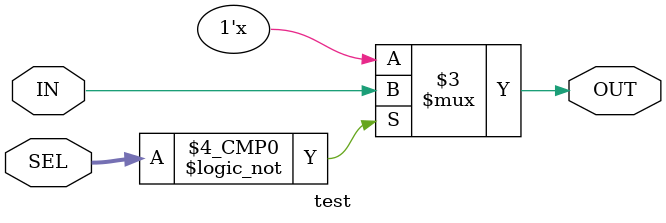
<source format=v>

module test(input IN, input [1:0] SEL, output reg OUT);
    always @(IN or SEL)
	    case (SEL)
			0: OUT = IN;
		endcase	

endmodule

</source>
